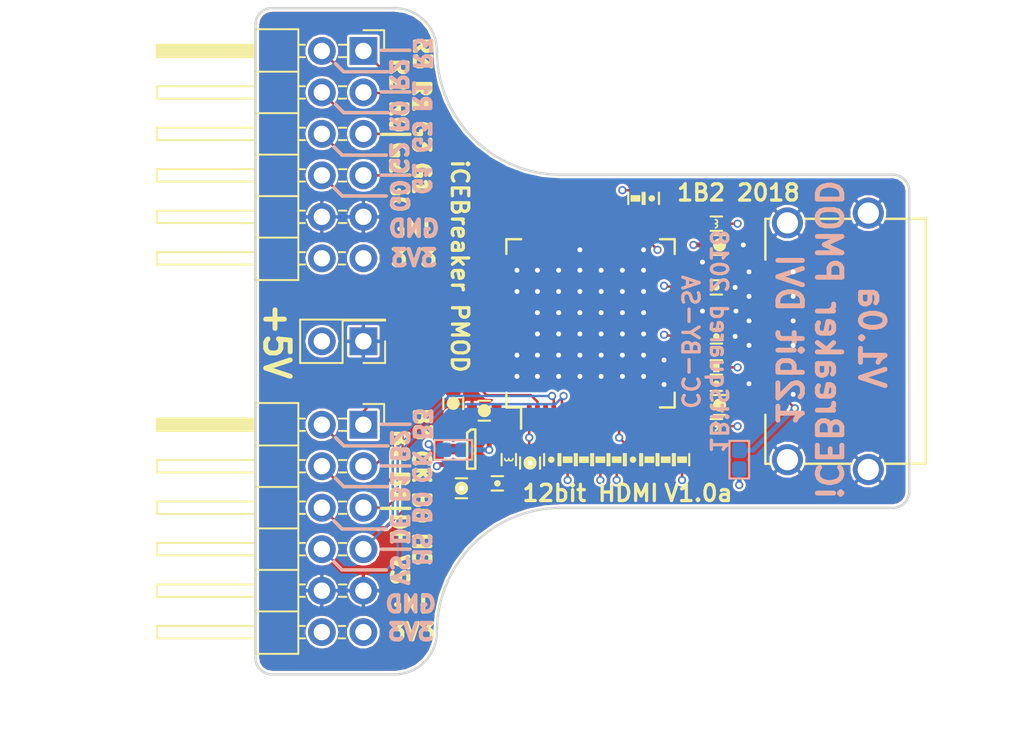
<source format=kicad_pcb>
(kicad_pcb (version 20171130) (host pcbnew 5.0.0-fee4fd1~66~ubuntu18.04.1)
  (title_block (title "iCEBreaker PMOD - 12bit DVI") (rev V1.0a) (company 1BitSquared) (comment 1 "(C) 2018 Piotr Esden-Tempski <piotr@esden.net>") (comment 2 "(C) 2018 1BitSquared <info@1bitsquared.com>") (comment 3 "License: CC-BY-SA V4.0"))
  (layers (0 F.Cu signal) (1 In1.Cu signal) (2 In2.Cu signal) (31 B.Cu signal) (34 B.Paste user) (35 F.Paste user) (36 B.SilkS user) (37 F.SilkS user) (38 B.Mask user) (39 F.Mask user) (44 Edge.Cuts user))
  (net 0 "")
  (net 1 GND)
  (net 2 +3V3)
  (net 3 +5V)
  (net 4 "Net-(C3-Pad1)")
  (net 5 /DVDD)
  (net 6 /DE)
  (net 7 /VREF)
  (net 8 /HS)
  (net 9 /VS)
  (net 10 "Net-(U2-Pad6)")
  (net 11 "Net-(U2-Pad7)")
  (net 12 "Net-(U2-Pad8)")
  (net 13 /EDGE-HTPLG)
  (net 14 /~PD)
  (net 15 "Net-(U2-Pad11)")
  (net 16 /ISEL-~RST)
  (net 17 /DSEL-SDA)
  (net 18 /BSEL-SCL)
  (net 19 /PVDD)
  (net 20 /CK-)
  (net 21 /CK+)
  (net 22 /TVDD)
  (net 23 /D0-)
  (net 24 /D0+)
  (net 25 /D1-)
  (net 26 /D1+)
  (net 27 /D2-)
  (net 28 /D2+)
  (net 29 /DKEN)
  (net 30 "Net-(U2-Pad49)")
  (net 31 /CLK)
  (net 32 "Net-(J1-Pad12)")
  (net 33 /TFADJ)
  (net 34 "Net-(J5-Pad2)")
  (net 35 /B0)
  (net 36 /B1)
  (net 37 /B2)
  (net 38 /B3)
  (net 39 /G0)
  (net 40 /G1)
  (net 41 /G2)
  (net 42 /G3)
  (net 43 /R0)
  (net 44 /R1)
  (net 45 /R2)
  (net 46 /R3)
  (net 47 "Net-(J6-Pad19)")
  (net 48 "Net-(J6-Pad16)")
  (net 49 "Net-(J6-Pad15)")
  (net 50 "Net-(J6-Pad14)")
  (net 51 "Net-(J6-Pad13)")
  (module pkl_connectors:PMODHeader_2x06_P2.54mm_Horizontal (layer F.Cu) (at 36.6 35.12 180)
    (fp_text reference J2)
    (fp_text value PMOD)
    (pad 6 thru_hole circle (at 0 0 180) (size 1.7 1.7) (drill 1) (layers *.Cu *.Mask) (net 32 "Net-(J1-Pad12)"))
    (pad 12 thru_hole oval (at 2.54 0 180) (size 1.7 1.7) (drill 1) (layers *.Cu *.Mask) (net 32 "Net-(J1-Pad12)"))
    (pad 5 thru_hole oval (at 0 2.54 180) (size 1.7 1.7) (drill 1) (layers *.Cu *.Mask) (net 1 GND))
    (pad 11 thru_hole oval (at 2.54 2.54 180) (size 1.7 1.7) (drill 1) (layers *.Cu *.Mask) (net 1 GND))
    (pad 4 thru_hole oval (at 0 5.08 180) (size 1.7 1.7) (drill 1) (layers *.Cu *.Mask) (net 40 /G1))
    (pad 10 thru_hole oval (at 2.54 5.08 180) (size 1.7 1.7) (drill 1) (layers *.Cu *.Mask) (net 39 /G0))
    (pad 3 thru_hole oval (at 0 7.62 180) (size 1.7 1.7) (drill 1) (layers *.Cu *.Mask) (net 42 /G3))
    (pad 9 thru_hole oval (at 2.54 7.62 180) (size 1.7 1.7) (drill 1) (layers *.Cu *.Mask) (net 41 /G2))
    (pad 2 thru_hole oval (at 0 10.16 180) (size 1.7 1.7) (drill 1) (layers *.Cu *.Mask) (net 44 /R1))
    (pad 8 thru_hole oval (at 2.54 10.16 180) (size 1.7 1.7) (drill 1) (layers *.Cu *.Mask) (net 43 /R0))
    (pad 1 thru_hole rect (at 0 12.7 180) (size 1.7 1.7) (drill 1) (layers *.Cu *.Mask) (net 46 /R3))
    (pad 7 thru_hole circle (at 2.54 12.7 180) (size 1.7 1.7) (drill 1) (layers *.Cu *.Mask) (net 45 /R2))
  )
  (module Connector_PinHeader_2.54mm:PinHeader_2x01_P2.54mm_Vertical (layer F.Cu) (at 36.6 40.2 180)
    (fp_text reference J4)
    (fp_text value 5V)
    (pad 1 thru_hole rect (at 0 0 180) (size 1.7 1.7) (drill 1) (layers *.Cu *.Mask) (net 1 GND))
    (pad 2 thru_hole oval (at 2.54 0 180) (size 1.7 1.7) (drill 1) (layers *.Cu *.Mask) (net 3 +5V))
  )
  (module pkl_housings_qfp:TQFP-64-1EP_10x10mm_P0.5mm_EP5x5mm (layer F.Cu) (at 50.5 39.1 90)
    (fp_text reference U2)
    (fp_text value TFP410)
    (pad 65 thru_hole circle (at -1.95 3.25 90) (size 0.5 0.5) (drill 0.3) (layers *.Cu) (net 1 GND))
    (pad 65 thru_hole circle (at -3.25 3.25 90) (size 0.5 0.5) (drill 0.3) (layers *.Cu) (net 1 GND))
    (pad 65 thru_hole circle (at 0.65 3.25 90) (size 0.5 0.5) (drill 0.3) (layers *.Cu) (net 1 GND))
    (pad 65 thru_hole circle (at -0.65 3.25 90) (size 0.5 0.5) (drill 0.3) (layers *.Cu) (net 1 GND))
    (pad 65 thru_hole circle (at 3.25 3.25 90) (size 0.5 0.5) (drill 0.3) (layers *.Cu) (net 1 GND))
    (pad 65 thru_hole circle (at 1.95 3.25 90) (size 0.5 0.5) (drill 0.3) (layers *.Cu) (net 1 GND))
    (pad 65 thru_hole circle (at -1.95 1.95 90) (size 0.5 0.5) (drill 0.3) (layers *.Cu) (net 1 GND))
    (pad 65 thru_hole circle (at -3.25 1.95 90) (size 0.5 0.5) (drill 0.3) (layers *.Cu) (net 1 GND))
    (pad 65 thru_hole circle (at 0.65 1.95 90) (size 0.5 0.5) (drill 0.3) (layers *.Cu) (net 1 GND))
    (pad 65 thru_hole circle (at -0.65 1.95 90) (size 0.5 0.5) (drill 0.3) (layers *.Cu) (net 1 GND))
    (pad 65 thru_hole circle (at 3.25 1.95 90) (size 0.5 0.5) (drill 0.3) (layers *.Cu) (net 1 GND))
    (pad 65 thru_hole circle (at 1.95 1.95 90) (size 0.5 0.5) (drill 0.3) (layers *.Cu) (net 1 GND))
    (pad 65 thru_hole circle (at -3.25 0.65 90) (size 0.5 0.5) (drill 0.3) (layers *.Cu) (net 1 GND))
    (pad 65 thru_hole circle (at 0.65 0.65 90) (size 0.5 0.5) (drill 0.3) (layers *.Cu) (net 1 GND))
    (pad 65 thru_hole circle (at -0.65 0.65 90) (size 0.5 0.5) (drill 0.3) (layers *.Cu) (net 1 GND))
    (pad 65 thru_hole circle (at 1.95 0.65 90) (size 0.5 0.5) (drill 0.3) (layers *.Cu) (net 1 GND))
    (pad 65 thru_hole circle (at -1.95 0.65 90) (size 0.5 0.5) (drill 0.3) (layers *.Cu) (net 1 GND))
    (pad 65 thru_hole circle (at 3.25 0.65 90) (size 0.5 0.5) (drill 0.3) (layers *.Cu) (net 1 GND))
    (pad 65 thru_hole circle (at -3.25 -0.65 90) (size 0.5 0.5) (drill 0.3) (layers *.Cu) (net 1 GND))
    (pad 65 thru_hole circle (at 0.65 -0.65 90) (size 0.5 0.5) (drill 0.3) (layers *.Cu) (net 1 GND))
    (pad 65 thru_hole circle (at -0.65 -0.65 90) (size 0.5 0.5) (drill 0.3) (layers *.Cu) (net 1 GND))
    (pad 65 thru_hole circle (at 1.95 -0.65 90) (size 0.5 0.5) (drill 0.3) (layers *.Cu) (net 1 GND))
    (pad 65 thru_hole circle (at -1.95 -0.65 90) (size 0.5 0.5) (drill 0.3) (layers *.Cu) (net 1 GND))
    (pad 65 thru_hole circle (at 3.25 -0.65 90) (size 0.5 0.5) (drill 0.3) (layers *.Cu) (net 1 GND))
    (pad 65 thru_hole circle (at 1.95 -1.95 90) (size 0.5 0.5) (drill 0.3) (layers *.Cu) (net 1 GND))
    (pad 65 thru_hole circle (at -1.95 -1.95 90) (size 0.5 0.5) (drill 0.3) (layers *.Cu) (net 1 GND))
    (pad 65 thru_hole circle (at 3.25 -1.95 90) (size 0.5 0.5) (drill 0.3) (layers *.Cu) (net 1 GND))
    (pad 65 thru_hole circle (at -3.25 -1.95 90) (size 0.5 0.5) (drill 0.3) (layers *.Cu) (net 1 GND))
    (pad 65 thru_hole circle (at 0.65 -1.95 90) (size 0.5 0.5) (drill 0.3) (layers *.Cu) (net 1 GND))
    (pad 65 thru_hole circle (at -0.65 -1.95 90) (size 0.5 0.5) (drill 0.3) (layers *.Cu) (net 1 GND))
    (pad 65 thru_hole circle (at 3.25 -3.25 90) (size 0.5 0.5) (drill 0.3) (layers *.Cu) (net 1 GND))
    (pad 65 thru_hole circle (at 1.95 -3.25 90) (size 0.5 0.5) (drill 0.3) (layers *.Cu) (net 1 GND))
    (pad 65 thru_hole circle (at 0.65 -3.25 90) (size 0.5 0.5) (drill 0.3) (layers *.Cu) (net 1 GND))
    (pad 65 thru_hole circle (at -0.65 -3.25 90) (size 0.5 0.5) (drill 0.3) (layers *.Cu) (net 1 GND))
    (pad 65 thru_hole circle (at -1.95 -3.25 90) (size 0.5 0.5) (drill 0.3) (layers *.Cu) (net 1 GND))
    (pad 65 thru_hole circle (at -3.25 -3.25 90) (size 0.5 0.5) (drill 0.3) (layers *.Cu) (net 1 GND))
    (pad 65 smd rect (at 0 0 90) (size 8 8) (layers F.Cu) (net 1 GND))
    (pad 64 smd oval (at -3.75 -5.7 90) (size 0.3 1.5) (layers F.Cu F.Paste F.Mask) (net 1 GND))
    (pad 63 smd oval (at -3.25 -5.7 90) (size 0.3 1.5) (layers F.Cu F.Paste F.Mask) (net 1 GND))
    (pad 62 smd oval (at -2.75 -5.7 90) (size 0.3 1.5) (layers F.Cu F.Paste F.Mask) (net 1 GND))
    (pad 61 smd oval (at -2.25 -5.7 90) (size 0.3 1.5) (layers F.Cu F.Paste F.Mask) (net 1 GND))
    (pad 60 smd oval (at -1.75 -5.7 90) (size 0.3 1.5) (layers F.Cu F.Paste F.Mask) (net 1 GND))
    (pad 59 smd oval (at -1.25 -5.7 90) (size 0.3 1.5) (layers F.Cu F.Paste F.Mask) (net 35 /B0))
    (pad 58 smd oval (at -0.75 -5.7 90) (size 0.3 1.5) (layers F.Cu F.Paste F.Mask) (net 36 /B1))
    (pad 57 smd oval (at -0.25 -5.7 90) (size 0.3 1.5) (layers F.Cu F.Paste F.Mask) (net 31 /CLK))
    (pad 56 smd oval (at 0.25 -5.7 90) (size 0.3 1.5) (layers F.Cu F.Paste F.Mask) (net 1 GND))
    (pad 55 smd oval (at 0.75 -5.7 90) (size 0.3 1.5) (layers F.Cu F.Paste F.Mask) (net 37 /B2))
    (pad 54 smd oval (at 1.25 -5.7 90) (size 0.3 1.5) (layers F.Cu F.Paste F.Mask) (net 38 /B3))
    (pad 53 smd oval (at 1.75 -5.7 90) (size 0.3 1.5) (layers F.Cu F.Paste F.Mask) (net 1 GND))
    (pad 52 smd oval (at 2.25 -5.7 90) (size 0.3 1.5) (layers F.Cu F.Paste F.Mask) (net 1 GND))
    (pad 51 smd oval (at 2.75 -5.7 90) (size 0.3 1.5) (layers F.Cu F.Paste F.Mask) (net 1 GND))
    (pad 50 smd oval (at 3.25 -5.7 90) (size 0.3 1.5) (layers F.Cu F.Paste F.Mask) (net 1 GND))
    (pad 49 smd oval (at 3.75 -5.7 90) (size 0.3 1.5) (layers F.Cu F.Paste F.Mask) (net 30 "Net-(U2-Pad49)"))
    (pad 48 smd oval (at 5.7 -3.75 180) (size 0.3 1.5) (layers F.Cu F.Paste F.Mask) (net 1 GND))
    (pad 47 smd oval (at 5.7 -3.25 180) (size 0.3 1.5) (layers F.Cu F.Paste F.Mask) (net 39 /G0))
    (pad 46 smd oval (at 5.7 -2.75 180) (size 0.3 1.5) (layers F.Cu F.Paste F.Mask) (net 40 /G1))
    (pad 45 smd oval (at 5.7 -2.25 180) (size 0.3 1.5) (layers F.Cu F.Paste F.Mask) (net 41 /G2))
    (pad 44 smd oval (at 5.7 -1.75 180) (size 0.3 1.5) (layers F.Cu F.Paste F.Mask) (net 42 /G3))
    (pad 43 smd oval (at 5.7 -1.25 180) (size 0.3 1.5) (layers F.Cu F.Paste F.Mask) (net 1 GND))
    (pad 42 smd oval (at 5.7 -0.75 180) (size 0.3 1.5) (layers F.Cu F.Paste F.Mask) (net 1 GND))
    (pad 41 smd oval (at 5.7 -0.25 180) (size 0.3 1.5) (layers F.Cu F.Paste F.Mask) (net 1 GND))
    (pad 40 smd oval (at 5.7 0.25 180) (size 0.3 1.5) (layers F.Cu F.Paste F.Mask) (net 1 GND))
    (pad 39 smd oval (at 5.7 0.75 180) (size 0.3 1.5) (layers F.Cu F.Paste F.Mask) (net 43 /R0))
    (pad 38 smd oval (at 5.7 1.25 180) (size 0.3 1.5) (layers F.Cu F.Paste F.Mask) (net 44 /R1))
    (pad 37 smd oval (at 5.7 1.75 180) (size 0.3 1.5) (layers F.Cu F.Paste F.Mask) (net 45 /R2))
    (pad 36 smd oval (at 5.7 2.25 180) (size 0.3 1.5) (layers F.Cu F.Paste F.Mask) (net 46 /R3))
    (pad 35 smd oval (at 5.7 2.75 180) (size 0.3 1.5) (layers F.Cu F.Paste F.Mask) (net 29 /DKEN))
    (pad 34 smd oval (at 5.7 3.25 180) (size 0.3 1.5) (layers F.Cu F.Paste F.Mask) (net 1 GND))
    (pad 33 smd oval (at 5.7 3.75 180) (size 0.3 1.5) (layers F.Cu F.Paste F.Mask) (net 5 /DVDD))
    (pad 32 smd oval (at 3.75 5.7 90) (size 0.3 1.5) (layers F.Cu F.Paste F.Mask) (net 1 GND))
    (pad 31 smd oval (at 3.25 5.7 90) (size 0.3 1.5) (layers F.Cu F.Paste F.Mask) (net 28 /D2+))
    (pad 30 smd oval (at 2.75 5.7 90) (size 0.3 1.5) (layers F.Cu F.Paste F.Mask) (net 27 /D2-))
    (pad 29 smd oval (at 2.25 5.7 90) (size 0.3 1.5) (layers F.Cu F.Paste F.Mask) (net 22 /TVDD))
    (pad 28 smd oval (at 1.75 5.7 90) (size 0.3 1.5) (layers F.Cu F.Paste F.Mask) (net 26 /D1+))
    (pad 27 smd oval (at 1.25 5.7 90) (size 0.3 1.5) (layers F.Cu F.Paste F.Mask) (net 25 /D1-))
    (pad 26 smd oval (at 0.75 5.7 90) (size 0.3 1.5) (layers F.Cu F.Paste F.Mask) (net 1 GND))
    (pad 25 smd oval (at 0.25 5.7 90) (size 0.3 1.5) (layers F.Cu F.Paste F.Mask) (net 24 /D0+))
    (pad 24 smd oval (at -0.25 5.7 90) (size 0.3 1.5) (layers F.Cu F.Paste F.Mask) (net 23 /D0-))
    (pad 23 smd oval (at -0.75 5.7 90) (size 0.3 1.5) (layers F.Cu F.Paste F.Mask) (net 22 /TVDD))
    (pad 22 smd oval (at -1.25 5.7 90) (size 0.3 1.5) (layers F.Cu F.Paste F.Mask) (net 21 /CK+))
    (pad 21 smd oval (at -1.75 5.7 90) (size 0.3 1.5) (layers F.Cu F.Paste F.Mask) (net 20 /CK-))
    (pad 20 smd oval (at -2.25 5.7 90) (size 0.3 1.5) (layers F.Cu F.Paste F.Mask) (net 1 GND))
    (pad 19 smd oval (at -2.75 5.7 90) (size 0.3 1.5) (layers F.Cu F.Paste F.Mask) (net 33 /TFADJ))
    (pad 18 smd oval (at -3.25 5.7 90) (size 0.3 1.5) (layers F.Cu F.Paste F.Mask) (net 19 /PVDD))
    (pad 17 smd oval (at -3.75 5.7 90) (size 0.3 1.5) (layers F.Cu F.Paste F.Mask) (net 1 GND))
    (pad 16 smd oval (at -5.7 3.75 180) (size 0.3 1.5) (layers F.Cu F.Paste F.Mask) (net 1 GND))
    (pad 15 smd oval (at -5.7 3.25 180) (size 0.3 1.5) (layers F.Cu F.Paste F.Mask) (net 18 /BSEL-SCL))
    (pad 14 smd oval (at -5.7 2.75 180) (size 0.3 1.5) (layers F.Cu F.Paste F.Mask) (net 17 /DSEL-SDA))
    (pad 13 smd oval (at -5.7 2.25 180) (size 0.3 1.5) (layers F.Cu F.Paste F.Mask) (net 16 /ISEL-~RST))
    (pad 12 smd oval (at -5.7 1.75 180) (size 0.3 1.5) (layers F.Cu F.Paste F.Mask) (net 5 /DVDD))
    (pad 11 smd oval (at -5.7 1.25 180) (size 0.3 1.5) (layers F.Cu F.Paste F.Mask) (net 15 "Net-(U2-Pad11)"))
    (pad 10 smd oval (at -5.7 0.75 180) (size 0.3 1.5) (layers F.Cu F.Paste F.Mask) (net 14 /~PD))
    (pad 9 smd oval (at -5.7 0.25 180) (size 0.3 1.5) (layers F.Cu F.Paste F.Mask) (net 13 /EDGE-HTPLG))
    (pad 8 smd oval (at -5.7 -0.25 180) (size 0.3 1.5) (layers F.Cu F.Paste F.Mask) (net 12 "Net-(U2-Pad8)"))
    (pad 7 smd oval (at -5.7 -0.75 180) (size 0.3 1.5) (layers F.Cu F.Paste F.Mask) (net 11 "Net-(U2-Pad7)"))
    (pad 6 smd oval (at -5.7 -1.25 180) (size 0.3 1.5) (layers F.Cu F.Paste F.Mask) (net 10 "Net-(U2-Pad6)"))
    (pad 5 smd oval (at -5.7 -1.75 180) (size 0.3 1.5) (layers F.Cu F.Paste F.Mask) (net 9 /VS))
    (pad 4 smd oval (at -5.7 -2.25 180) (size 0.3 1.5) (layers F.Cu F.Paste F.Mask) (net 8 /HS))
    (pad 3 smd oval (at -5.7 -2.75 180) (size 0.3 1.5) (layers F.Cu F.Paste F.Mask) (net 7 /VREF))
    (pad 2 smd oval (at -5.7 -3.25 180) (size 0.3 1.5) (layers F.Cu F.Paste F.Mask) (net 6 /DE))
    (pad 1 smd oval (at -5.7 -3.75 180) (size 0.3 1.5) (layers F.Cu F.Paste F.Mask) (net 5 /DVDD))
  )
  (module pkl_jumpers:J_NC_0603_30 (layer B.Cu) (at 42.1 46.85 180)
    (fp_text reference J3)
    (fp_text value jmp)
    (fp_line (start -0.2 0) (end 0.2 0) (layer B.Cu) (width 0.3))
    (pad 1 smd roundrect (at -0.575 0 180) (size 0.95 0.9) (layers B.Cu B.Paste B.Mask) (net 2 +3V3))
    (pad 2 smd roundrect (at 0.575 0 180) (size 0.95 0.9) (layers B.Cu B.Paste B.Mask) (net 32 "Net-(J1-Pad12)"))
  )
  (module pkl_connectors:HDMI-10029449-111RLF (layer F.Cu) (at 62.5 40.2 90)
    (fp_text reference J6)
    (fp_text value HDMI_A_1.4 hide)
    (pad 19 smd roundrect (at -4.25 -0.95 90) (size 0.3 1.9) (layers F.Cu F.Paste F.Mask) (net 47 "Net-(J6-Pad19)"))
    (pad 1 smd roundrect (at 4.75 -0.95 90) (size 0.3 1.9) (layers F.Cu F.Paste F.Mask) (net 28 /D2+))
    (pad 18 smd roundrect (at -3.75 -0.95 90) (size 0.3 1.9) (layers F.Cu F.Paste F.Mask) (net 34 "Net-(J5-Pad2)"))
    (pad 17 smd roundrect (at -3.25 -0.95 90) (size 0.3 1.9) (layers F.Cu F.Paste F.Mask) (net 1 GND))
    (pad 16 smd roundrect (at -2.75 -0.95 90) (size 0.3 1.9) (layers F.Cu F.Paste F.Mask) (net 48 "Net-(J6-Pad16)"))
    (pad 15 smd roundrect (at -2.25 -0.95 90) (size 0.3 1.9) (layers F.Cu F.Paste F.Mask) (net 49 "Net-(J6-Pad15)"))
    (pad 14 smd roundrect (at -1.75 -0.95 90) (size 0.3 1.9) (layers F.Cu F.Paste F.Mask) (net 50 "Net-(J6-Pad14)"))
    (pad 13 smd roundrect (at -1.25 -0.95 90) (size 0.3 1.9) (layers F.Cu F.Paste F.Mask) (net 51 "Net-(J6-Pad13)"))
    (pad 12 smd roundrect (at -0.75 -0.95 90) (size 0.3 1.9) (layers F.Cu F.Paste F.Mask) (net 20 /CK-))
    (pad 11 smd roundrect (at -0.25 -0.95 90) (size 0.3 1.9) (layers F.Cu F.Paste F.Mask) (net 1 GND))
    (pad 10 smd roundrect (at 0.25 -0.95 90) (size 0.3 1.9) (layers F.Cu F.Paste F.Mask) (net 21 /CK+))
    (pad 9 smd roundrect (at 0.75 -0.95 90) (size 0.3 1.9) (layers F.Cu F.Paste F.Mask) (net 23 /D0-))
    (pad 8 smd roundrect (at 1.25 -0.95 90) (size 0.3 1.9) (layers F.Cu F.Paste F.Mask) (net 1 GND))
    (pad 7 smd roundrect (at 1.75 -0.95 90) (size 0.3 1.9) (layers F.Cu F.Paste F.Mask) (net 24 /D0+))
    (pad 6 smd roundrect (at 2.25 -0.95 90) (size 0.3 1.9) (layers F.Cu F.Paste F.Mask) (net 25 /D1-))
    (pad 5 smd roundrect (at 2.75 -0.95 90) (size 0.3 1.9) (layers F.Cu F.Paste F.Mask) (net 1 GND))
    (pad 4 smd roundrect (at 3.25 -0.95 90) (size 0.3 1.9) (layers F.Cu F.Paste F.Mask) (net 26 /D1+))
    (pad 3 smd roundrect (at 3.75 -0.95 90) (size 0.3 1.9) (layers F.Cu F.Paste F.Mask) (net 27 /D2-))
    (pad 2 smd roundrect (at 4.25 -0.95 90) (size 0.3 1.9) (layers F.Cu F.Paste F.Mask) (net 1 GND))
    (pad SH thru_hole circle (at -7.25 0.05 90) (size 1.9 1.9) (drill 1.3) (layers *.Cu *.Mask) (net 1 GND))
    (pad SH thru_hole circle (at 7.25 0.05 90) (size 1.9 1.9) (drill 1.3) (layers *.Cu *.Mask) (net 1 GND))
    (pad SH thru_hole circle (at 7.85 5 90) (size 1.9 1.9) (drill 1.3) (layers *.Cu *.Mask) (net 1 GND))
    (pad SH thru_hole circle (at -7.85 5 90) (size 1.9 1.9) (drill 1.3) (layers *.Cu *.Mask) (net 1 GND))
  )
  (module pkl_dipol:C_0402 (layer F.Cu) (at 54.25 31.45 90)
    (fp_text reference C6)
    (fp_text value 100n)
    (pad 2 smd roundrect (at 0.5 0 90) (size 0.5 0.6) (layers F.Cu F.Paste F.Mask) (net 1 GND))
    (pad 1 smd roundrect (at -0.5 0 90) (size 0.5 0.6) (layers F.Cu F.Paste F.Mask) (net 5 /DVDD))
  )
  (module pkl_dipol:C_0402 (layer F.Cu) (at 58.2 39.9)
    (fp_text reference C7)
    (fp_text value 100n)
    (pad 1 smd roundrect (at -0.5 0) (size 0.5 0.6) (layers F.Cu F.Paste F.Mask) (net 22 /TVDD))
    (pad 2 smd roundrect (at 0.5 0) (size 0.5 0.6) (layers F.Cu F.Paste F.Mask) (net 1 GND))
  )
  (module pkl_dipol:C_0402 (layer F.Cu) (at 48.1 47.45 270)
    (fp_text reference C8)
    (fp_text value 100n)
    (pad 2 smd roundrect (at 0.5 0 270) (size 0.5 0.6) (layers F.Cu F.Paste F.Mask) (net 1 GND))
    (pad 1 smd roundrect (at -0.5 0 270) (size 0.5 0.6) (layers F.Cu F.Paste F.Mask) (net 5 /DVDD))
  )
  (module pkl_dipol:C_0402 (layer F.Cu) (at 58.2 42.8)
    (fp_text reference C9)
    (fp_text value 100n)
    (pad 1 smd roundrect (at -0.5 0) (size 0.5 0.6) (layers F.Cu F.Paste F.Mask) (net 19 /PVDD))
    (pad 2 smd roundrect (at 0.5 0) (size 0.5 0.6) (layers F.Cu F.Paste F.Mask) (net 1 GND))
  )
  (module pkl_dipol:C_0402 (layer F.Cu) (at 58.2 36.9)
    (fp_text reference C10)
    (fp_text value 100n)
    (pad 2 smd roundrect (at 0.5 0) (size 0.5 0.6) (layers F.Cu F.Paste F.Mask) (net 1 GND))
    (pad 1 smd roundrect (at -0.5 0) (size 0.5 0.6) (layers F.Cu F.Paste F.Mask) (net 22 /TVDD))
  )
  (module pkl_dipol:C_0402 (layer F.Cu) (at 53.1 47.45 270)
    (fp_text reference C5)
    (fp_text value 100n)
    (pad 2 smd roundrect (at 0.5 0 270) (size 0.5 0.6) (layers F.Cu F.Paste F.Mask) (net 1 GND))
    (pad 1 smd roundrect (at -0.5 0 270) (size 0.5 0.6) (layers F.Cu F.Paste F.Mask) (net 5 /DVDD))
  )
  (module pkl_dipol:C_0402 (layer F.Cu) (at 44.8 48.9)
    (fp_text reference C3)
    (fp_text value 470p)
    (pad 1 smd roundrect (at -0.5 0) (size 0.5 0.6) (layers F.Cu F.Paste F.Mask) (net 4 "Net-(C3-Pad1)"))
    (pad 2 smd roundrect (at 0.5 0) (size 0.5 0.6) (layers F.Cu F.Paste F.Mask) (net 1 GND))
  )
  (module pkl_dipol:C_0603 (layer F.Cu) (at 46.8 47.65 270)
    (fp_text reference C14)
    (fp_text value 10u)
    (pad 2 smd roundrect (at 0.75 0 270) (size 0.6 0.9) (layers F.Cu F.Paste F.Mask) (net 1 GND))
    (pad 1 smd roundrect (at -0.75 0 270) (size 0.6 0.9) (layers F.Cu F.Paste F.Mask) (net 5 /DVDD))
  )
  (module pkl_dipol:C_0603 (layer F.Cu) (at 58.4 34.3)
    (fp_text reference C16)
    (fp_text value 10u)
    (pad 1 smd roundrect (at -0.75 0) (size 0.6 0.9) (layers F.Cu F.Paste F.Mask) (net 22 /TVDD))
    (pad 2 smd roundrect (at 0.75 0) (size 0.6 0.9) (layers F.Cu F.Paste F.Mask) (net 1 GND))
  )
  (module pkl_dipol:C_0603 (layer F.Cu) (at 58.4 44.1)
    (fp_text reference C15)
    (fp_text value 10u)
    (pad 2 smd roundrect (at 0.75 0) (size 0.6 0.9) (layers F.Cu F.Paste F.Mask) (net 1 GND))
    (pad 1 smd roundrect (at -0.75 0) (size 0.6 0.9) (layers F.Cu F.Paste F.Mask) (net 19 /PVDD))
  )
  (module pkl_dipol:C_0603 (layer F.Cu) (at 42.1 44 90)
    (fp_text reference C2)
    (fp_text value 4u7)
    (pad 1 smd roundrect (at -0.75 0 90) (size 0.6 0.9) (layers F.Cu F.Paste F.Mask) (net 3 +5V))
    (pad 2 smd roundrect (at 0.75 0 90) (size 0.6 0.9) (layers F.Cu F.Paste F.Mask) (net 1 GND))
  )
  (module pkl_dipol:C_0603 (layer F.Cu) (at 42.6 49.2)
    (fp_text reference C1)
    (fp_text value 10u)
    (pad 2 smd roundrect (at 0.75 0) (size 0.6 0.9) (layers F.Cu F.Paste F.Mask) (net 1 GND))
    (pad 1 smd roundrect (at -0.75 0) (size 0.6 0.9) (layers F.Cu F.Paste F.Mask) (net 2 +3V3))
  )
  (module pkl_dipol:C_0603 (layer F.Cu) (at 44 44.45 180)
    (fp_text reference C4)
    (fp_text value 4u7)
    (pad 1 smd roundrect (at -0.75 0 180) (size 0.6 0.9) (layers F.Cu F.Paste F.Mask) (net 2 +3V3))
    (pad 2 smd roundrect (at 0.75 0 180) (size 0.6 0.9) (layers F.Cu F.Paste F.Mask) (net 1 GND))
  )
  (module pkl_dipol:L_0402 (layer F.Cu) (at 58.2 33 180)
    (fp_text reference L3)
    (fp_text value 600)
    (pad 1 smd roundrect (at -0.5 0 180) (size 0.5 0.6) (layers F.Cu F.Paste F.Mask) (net 2 +3V3))
    (pad 2 smd roundrect (at 0.5 0 180) (size 0.5 0.6) (layers F.Cu F.Paste F.Mask) (net 22 /TVDD))
  )
  (module pkl_dipol:L_0402 (layer F.Cu) (at 45.5 47.45 90)
    (fp_text reference L1)
    (fp_text value 600)
    (pad 2 smd roundrect (at 0.5 0 90) (size 0.5 0.6) (layers F.Cu F.Paste F.Mask) (net 5 /DVDD))
    (pad 1 smd roundrect (at -0.5 0 90) (size 0.5 0.6) (layers F.Cu F.Paste F.Mask) (net 2 +3V3))
  )
  (module pkl_dipol:L_0402 (layer F.Cu) (at 58.2 45.4 180)
    (fp_text reference L2)
    (fp_text value 600)
    (pad 1 smd roundrect (at -0.5 0 180) (size 0.5 0.6) (layers F.Cu F.Paste F.Mask) (net 2 +3V3))
    (pad 2 smd roundrect (at 0.5 0 180) (size 0.5 0.6) (layers F.Cu F.Paste F.Mask) (net 19 /PVDD))
  )
  (module pkl_dipol:R_0402 (layer F.Cu) (at 58.2 41.8 180)
    (fp_text reference R9)
    (fp_text value 500E)
    (pad 1 smd roundrect (at -0.5 0 180) (size 0.5 0.6) (layers F.Cu F.Paste F.Mask) (net 2 +3V3))
    (pad 2 smd roundrect (at 0.5 0 180) (size 0.5 0.6) (layers F.Cu F.Paste F.Mask) (net 33 /TFADJ))
  )
  (module pkl_dipol:R_0402 (layer F.Cu) (at 55.1 47.45 270)
    (fp_text reference R8)
    (fp_text value 10k)
    (pad 2 smd roundrect (at 0.5 0 270) (size 0.5 0.6) (layers F.Cu F.Paste F.Mask) (net 1 GND))
    (pad 1 smd roundrect (at -0.5 0 270) (size 0.5 0.6) (layers F.Cu F.Paste F.Mask) (net 17 /DSEL-SDA))
  )
  (module pkl_dipol:R_0402 (layer F.Cu) (at 54.1 47.45 270)
    (fp_text reference R7)
    (fp_text value 10k)
    (pad 1 smd roundrect (at -0.5 0 270) (size 0.5 0.6) (layers F.Cu F.Paste F.Mask) (net 16 /ISEL-~RST))
    (pad 2 smd roundrect (at 0.5 0 270) (size 0.5 0.6) (layers F.Cu F.Paste F.Mask) (net 1 GND))
  )
  (module pkl_dipol:R_0402 (layer F.Cu) (at 50.1 47.45 270)
    (fp_text reference R6)
    (fp_text value DNP)
    (pad 2 smd roundrect (at 0.5 0 270) (size 0.5 0.6) (layers F.Cu F.Paste F.Mask) (net 1 GND))
    (pad 1 smd roundrect (at -0.5 0 270) (size 0.5 0.6) (layers F.Cu F.Paste F.Mask) (net 7 /VREF))
  )
  (module pkl_dipol:R_0402 (layer F.Cu) (at 49.1 47.45 90)
    (fp_text reference R5)
    (fp_text value 33k)
    (pad 1 smd roundrect (at -0.5 0 90) (size 0.5 0.6) (layers F.Cu F.Paste F.Mask) (net 2 +3V3))
    (pad 2 smd roundrect (at 0.5 0 90) (size 0.5 0.6) (layers F.Cu F.Paste F.Mask) (net 7 /VREF))
  )
  (module pkl_dipol:R_0402 (layer F.Cu) (at 56.1 47.45 90)
    (fp_text reference R1)
    (fp_text value 10k)
    (pad 2 smd roundrect (at 0.5 0 90) (size 0.5 0.6) (layers F.Cu F.Paste F.Mask) (net 18 /BSEL-SCL))
    (pad 1 smd roundrect (at -0.5 0 90) (size 0.5 0.6) (layers F.Cu F.Paste F.Mask) (net 2 +3V3))
  )
  (module pkl_dipol:R_0402 (layer F.Cu) (at 52.1 47.45 90)
    (fp_text reference R2)
    (fp_text value 10k)
    (pad 1 smd roundrect (at -0.5 0 90) (size 0.5 0.6) (layers F.Cu F.Paste F.Mask) (net 2 +3V3))
    (pad 2 smd roundrect (at 0.5 0 90) (size 0.5 0.6) (layers F.Cu F.Paste F.Mask) (net 14 /~PD))
  )
  (module pkl_dipol:R_0402 (layer F.Cu) (at 53.25 31.45 270)
    (fp_text reference R3)
    (fp_text value 10k)
    (pad 2 smd roundrect (at 0.5 0 270) (size 0.5 0.6) (layers F.Cu F.Paste F.Mask) (net 29 /DKEN))
    (pad 1 smd roundrect (at -0.5 0 270) (size 0.5 0.6) (layers F.Cu F.Paste F.Mask) (net 2 +3V3))
  )
  (module pkl_dipol:R_0402 (layer F.Cu) (at 51.1 47.45 90)
    (fp_text reference R4)
    (fp_text value 10k)
    (pad 1 smd roundrect (at -0.5 0 90) (size 0.5 0.6) (layers F.Cu F.Paste F.Mask) (net 2 +3V3))
    (pad 2 smd roundrect (at 0.5 0 90) (size 0.5 0.6) (layers F.Cu F.Paste F.Mask) (net 13 /EDGE-HTPLG))
  )
  (module pkl_housings_sot:SOT-23-5 (layer F.Cu) (at 43.2 46.799999 180)
    (fp_text reference U1)
    (fp_text value VREG_3V3)
    (pad 1 smd roundrect (at 1.1 0.95) (size 1.06 0.65) (layers F.Cu F.Paste F.Mask) (net 3 +5V))
    (pad 2 smd roundrect (at 1.1 0) (size 1.06 0.65) (layers F.Cu F.Paste F.Mask) (net 1 GND))
    (pad 3 smd roundrect (at 1.1 -0.95) (size 1.06 0.65) (layers F.Cu F.Paste F.Mask) (net 3 +5V))
    (pad 4 smd roundrect (at -1.1 -0.95) (size 1.06 0.65) (layers F.Cu F.Paste F.Mask) (net 4 "Net-(C3-Pad1)"))
    (pad 5 smd roundrect (at -1.1 0.95) (size 1.06 0.65) (layers F.Cu F.Paste F.Mask) (net 2 +3V3))
  )
  (module pkl_jumpers:J_0603 (layer B.Cu) (at 59.6 47.45 90)
    (fp_text reference J5)
    (fp_text value jmp)
    (pad 2 smd roundrect (at 0.575 0 90) (size 0.95 0.9) (layers B.Cu B.Paste B.Mask) (net 34 "Net-(J5-Pad2)"))
    (pad 1 smd roundrect (at -0.575 0 90) (size 0.95 0.9) (layers B.Cu B.Paste B.Mask) (net 3 +5V))
  )
  (module pkl_connectors:PMODHeader_2x06_P2.54mm_Horizontal (layer F.Cu) (at 36.6 58.01 180)
    (fp_text reference J1)
    (fp_text value PMOD)
    (pad 6 thru_hole circle (at 0 0 180) (size 1.7 1.7) (drill 1) (layers *.Cu *.Mask) (net 32 "Net-(J1-Pad12)"))
    (pad 12 thru_hole oval (at 2.54 0 180) (size 1.7 1.7) (drill 1) (layers *.Cu *.Mask) (net 32 "Net-(J1-Pad12)"))
    (pad 5 thru_hole oval (at 0 2.54 180) (size 1.7 1.7) (drill 1) (layers *.Cu *.Mask) (net 1 GND))
    (pad 11 thru_hole oval (at 2.54 2.54 180) (size 1.7 1.7) (drill 1) (layers *.Cu *.Mask) (net 1 GND))
    (pad 4 thru_hole oval (at 0 5.08 180) (size 1.7 1.7) (drill 1) (layers *.Cu *.Mask) (net 8 /HS))
    (pad 10 thru_hole oval (at 2.54 5.08 180) (size 1.7 1.7) (drill 1) (layers *.Cu *.Mask) (net 9 /VS))
    (pad 3 thru_hole oval (at 0 7.62 180) (size 1.7 1.7) (drill 1) (layers *.Cu *.Mask) (net 35 /B0))
    (pad 9 thru_hole oval (at 2.54 7.62 180) (size 1.7 1.7) (drill 1) (layers *.Cu *.Mask) (net 6 /DE))
    (pad 2 thru_hole oval (at 0 10.16 180) (size 1.7 1.7) (drill 1) (layers *.Cu *.Mask) (net 31 /CLK))
    (pad 8 thru_hole oval (at 2.54 10.16 180) (size 1.7 1.7) (drill 1) (layers *.Cu *.Mask) (net 36 /B1))
    (pad 1 thru_hole rect (at 0 12.7 180) (size 1.7 1.7) (drill 1) (layers *.Cu *.Mask) (net 38 /B3))
    (pad 7 thru_hole circle (at 2.54 12.7 180) (size 1.7 1.7) (drill 1) (layers *.Cu *.Mask) (net 37 /B2))
  )
  (gr_text R3 (at 40.2 22.58 270) (layer B.SilkS) (effects (font (size 1 1) (thickness 0.25)) (justify mirror)))
  (gr_text R2 (at 38.75 23.88 270) (layer B.SilkS) (effects (font (size 1 1) (thickness 0.25)) (justify mirror)))
  (gr_text R1 (at 40.15 25.18 270) (layer B.SilkS) (effects (font (size 1 1) (thickness 0.25)) (justify mirror)))
  (gr_text R0 (at 38.75 26.43 270) (layer B.SilkS) (effects (font (size 1 1) (thickness 0.25)) (justify mirror)))
  (gr_text G3 (at 40.15 27.68 270) (layer B.SilkS) (effects (font (size 1 1) (thickness 0.25)) (justify mirror)))
  (gr_text G2 (at 38.75 28.98 270) (layer B.SilkS) (effects (font (size 1 1) (thickness 0.25)) (justify mirror)))
  (gr_text G1 (at 40.15 30.23 270) (layer B.SilkS) (effects (font (size 1 1) (thickness 0.25)) (justify mirror)))
  (gr_text G0 (at 38.8 31.3 270) (layer B.SilkS) (effects (font (size 1 1) (thickness 0.25)) (justify mirror)))
  (gr_text 3V3 (at 39.7 35.1) (layer B.SilkS) (effects (font (size 1 1) (thickness 0.25)) (justify mirror)))
  (gr_text GND (at 39.7 33.3) (layer B.SilkS) (effects (font (size 1 1) (thickness 0.25)) (justify mirror)))
  (gr_line (start 35.3 31.3) (end 38 31.3) (layer F.SilkS) (width 0.2))
  (gr_line (start 37.7 24.93) (end 39.45 24.93) (layer B.SilkS) (width 0.2))
  (gr_line (start 37.7 22.38) (end 39.45 22.38) (layer F.SilkS) (width 0.2))
  (gr_line (start 34.9 25.7) (end 35.4 26.2) (layer F.SilkS) (width 0.2))
  (gr_line (start 37.7 22.38) (end 39.45 22.38) (layer B.SilkS) (width 0.2))
  (gr_line (start 37.7 30.03) (end 39.45 30.03) (layer B.SilkS) (width 0.2))
  (gr_line (start 35.3 28.8) (end 38 28.8) (layer B.SilkS) (width 0.2))
  (gr_line (start 35.4 23.7) (end 38.1 23.7) (layer F.SilkS) (width 0.2))
  (gr_line (start 37.7 30.03) (end 39.45 30.03) (layer F.SilkS) (width 0.2))
  (gr_line (start 34.8 30.8) (end 35.3 31.3) (layer F.SilkS) (width 0.2))
  (gr_line (start 35.4 26.2) (end 38.1 26.2) (layer F.SilkS) (width 0.2))
  (gr_line (start 34.8 30.8) (end 35.3 31.3) (layer B.SilkS) (width 0.2))
  (gr_line (start 34.8 28.3) (end 35.3 28.8) (layer B.SilkS) (width 0.2))
  (gr_line (start 37.7 27.53) (end 39.45 27.53) (layer F.SilkS) (width 0.2))
  (gr_line (start 34.9 25.7) (end 35.4 26.2) (layer B.SilkS) (width 0.2))
  (gr_line (start 35.3 31.3) (end 38 31.3) (layer B.SilkS) (width 0.2))
  (gr_line (start 35.4 26.2) (end 38.1 26.2) (layer B.SilkS) (width 0.2))
  (gr_line (start 35.4 23.7) (end 38.1 23.7) (layer B.SilkS) (width 0.2))
  (gr_line (start 37.7 24.93) (end 39.45 24.93) (layer F.SilkS) (width 0.2))
  (gr_line (start 34.9 23.2) (end 35.4 23.7) (layer F.SilkS) (width 0.2))
  (gr_line (start 35.3 28.8) (end 38 28.8) (layer F.SilkS) (width 0.2))
  (gr_line (start 34.9 23.2) (end 35.4 23.7) (layer B.SilkS) (width 0.2))
  (gr_line (start 34.8 28.3) (end 35.3 28.8) (layer F.SilkS) (width 0.2))
  (gr_line (start 35.3 54.2) (end 38 54.2) (layer B.SilkS) (width 0.2))
  (gr_line (start 34.8 53.7) (end 35.3 54.2) (layer B.SilkS) (width 0.2))
  (gr_line (start 35.3 54.2) (end 38 54.2) (layer F.SilkS) (width 0.2))
  (gr_line (start 34.8 53.7) (end 35.3 54.2) (layer F.SilkS) (width 0.2))
  (gr_text G0 (at 38.8 31.3 270) (layer F.SilkS) (effects (font (size 1 1) (thickness 0.25))))
  (gr_text 3V3 (at 39.7 35.1) (layer F.SilkS) (effects (font (size 1 1) (thickness 0.25))))
  (gr_text GND (at 39.7 33.3) (layer F.SilkS) (effects (font (size 1 1) (thickness 0.25))))
  (gr_text R3 (at 40.2 22.58 270) (layer F.SilkS) (effects (font (size 1 1) (thickness 0.25))))
  (gr_text R2 (at 38.75 23.88 270) (layer F.SilkS) (effects (font (size 1 1) (thickness 0.25))))
  (gr_text R1 (at 40.15 25.18 270) (layer F.SilkS) (effects (font (size 1 1) (thickness 0.25))))
  (gr_text R0 (at 38.75 26.43 270) (layer F.SilkS) (effects (font (size 1 1) (thickness 0.25))))
  (gr_text G2 (at 38.75 28.98 270) (layer F.SilkS) (effects (font (size 1 1) (thickness 0.25))))
  (gr_text G3 (at 40.15 27.68 270) (layer F.SilkS) (effects (font (size 1 1) (thickness 0.25))))
  (gr_text G1 (at 40.15 30.23 270) (layer F.SilkS) (effects (font (size 1 1) (thickness 0.25))))
  (gr_text 3V3 (at 39.5 58) (layer B.SilkS) (effects (font (size 1 1) (thickness 0.25)) (justify mirror)))
  (gr_text 3V3 (at 39.6 58) (layer F.SilkS) (effects (font (size 1 1) (thickness 0.25))))
  (gr_text GND (at 39.5 56.3) (layer F.SilkS) (effects (font (size 1 1) (thickness 0.25))))
  (gr_text GND (at 39.5 56.3) (layer B.SilkS) (effects (font (size 1 1) (thickness 0.25)) (justify mirror)))
  (gr_text +5V (at 31.3 40.2 270) (layer F.SilkS) (effects (font (size 1.5 1.5) (thickness 0.3))))
  (gr_arc (start 48.7 22.4) (end 41.1 22.4) (angle -90) (layer Edge.Cuts) (width 0.15))
  (gr_arc (start 38.5 22.4) (end 41.1 22.4) (angle -90) (layer Edge.Cuts) (width 0.15))
  (gr_line (start 31 19.8) (end 38.5 19.8) (layer Edge.Cuts) (width 0.15))
  (gr_arc (start 48.7 58) (end 48.7 50.4) (angle -90) (layer Edge.Cuts) (width 0.15))
  (gr_arc (start 38.5 58) (end 38.5 60.6) (angle -90) (layer Edge.Cuts) (width 0.15))
  (gr_line (start 31 60.6) (end 38.5 60.6) (layer Edge.Cuts) (width 0.15))
  (gr_text "1BitSquared 2018" (at 58.35 40.2 270) (layer B.SilkS) (effects (font (size 1 1) (thickness 0.2)) (justify mirror)))
  (gr_text CC-BY-SA (at 56.6 40.25 270) (layer B.SilkS) (effects (font (size 1 1) (thickness 0.2)) (justify mirror)))
  (gr_text "1B2 2018" (at 59.55 31.1) (layer F.SilkS) (effects (font (size 1 1) (thickness 0.2))))
  (gr_line (start 37.7 45.28) (end 39.45 45.28) (layer B.SilkS) (width 0.2))
  (gr_line (start 34.9 46.1) (end 35.4 46.6) (layer B.SilkS) (width 0.2))
  (gr_line (start 35.4 46.6) (end 38.1 46.6) (layer B.SilkS) (width 0.2))
  (gr_line (start 37.7 47.83) (end 39.45 47.83) (layer B.SilkS) (width 0.2))
  (gr_text B2 (at 38.8 46.6 270) (layer B.SilkS) (effects (font (size 1 1) (thickness 0.25)) (justify mirror)))
  (gr_text B3 (at 40.2 45.28 270) (layer B.SilkS) (effects (font (size 1 1) (thickness 0.25)) (justify mirror)))
  (gr_text B1 (at 38.8 49.1 270) (layer B.SilkS) (effects (font (size 1 1) (thickness 0.25)) (justify mirror)))
  (gr_text CK (at 40.15 47.88 270) (layer B.SilkS) (effects (font (size 1 1) (thickness 0.25)) (justify mirror)))
  (gr_text DE (at 38.8 51.7 270) (layer B.SilkS) (effects (font (size 1 1) (thickness 0.25)) (justify mirror)))
  (gr_text B0 (at 40.15 50.38 270) (layer B.SilkS) (effects (font (size 1 1) (thickness 0.25)) (justify mirror)))
  (gr_line (start 34.9 48.6) (end 35.4 49.1) (layer B.SilkS) (width 0.2))
  (gr_line (start 35.4 49.1) (end 38.1 49.1) (layer B.SilkS) (width 0.2))
  (gr_line (start 34.8 51.2) (end 35.3 51.7) (layer B.SilkS) (width 0.2))
  (gr_line (start 35.3 51.7) (end 38 51.7) (layer B.SilkS) (width 0.2))
  (gr_text VS (at 38.8 54.2 270) (layer B.SilkS) (effects (font (size 1 1) (thickness 0.25)) (justify mirror)))
  (gr_line (start 37.7 52.93) (end 39.45 52.93) (layer B.SilkS) (width 0.2))
  (gr_text HS (at 40.15 52.93 270) (layer B.SilkS) (effects (font (size 1 1) (thickness 0.25)) (justify mirror)))
  (gr_line (start 37.7 52.93) (end 39.45 52.93) (layer F.SilkS) (width 0.2))
  (gr_line (start 35.3 51.7) (end 38 51.7) (layer F.SilkS) (width 0.2))
  (gr_line (start 34.8 51.2) (end 35.3 51.7) (layer F.SilkS) (width 0.2))
  (gr_line (start 37.7 50.43) (end 39.45 50.43) (layer F.SilkS) (width 0.2))
  (gr_line (start 35.4 49.1) (end 38.1 49.1) (layer F.SilkS) (width 0.2))
  (gr_line (start 34.9 48.6) (end 35.4 49.1) (layer F.SilkS) (width 0.2))
  (gr_line (start 37.7 47.83) (end 39.45 47.83) (layer F.SilkS) (width 0.2))
  (gr_line (start 35.4 46.6) (end 38.1 46.6) (layer F.SilkS) (width 0.2))
  (gr_line (start 34.9 46.1) (end 35.4 46.6) (layer F.SilkS) (width 0.2))
  (gr_line (start 37.7 45.28) (end 39.45 45.28) (layer F.SilkS) (width 0.2))
  (gr_text HS (at 40.15 52.93 270) (layer F.SilkS) (effects (font (size 1 1) (thickness 0.25))))
  (gr_text B0 (at 40.15 50.38 270) (layer F.SilkS) (effects (font (size 1 1) (thickness 0.25))))
  (gr_text VS (at 38.8 54.2 270) (layer F.SilkS) (effects (font (size 1 1) (thickness 0.25))))
  (gr_text DE (at 38.8 51.7 270) (layer F.SilkS) (effects (font (size 1 1) (thickness 0.25))))
  (gr_text CK (at 40.15 47.88 270) (layer F.SilkS) (effects (font (size 1 1) (thickness 0.25))))
  (gr_text B1 (at 38.8 49.1 270) (layer F.SilkS) (effects (font (size 1 1) (thickness 0.25))))
  (gr_text B3 (at 40.2 45.28 270) (layer F.SilkS) (effects (font (size 1 1) (thickness 0.25))))
  (gr_text B2 (at 38.8 46.6 270) (layer F.SilkS) (effects (font (size 1 1) (thickness 0.25))))
  (gr_text "iCEBreaker PMOD" (at 42.5 35.6 270) (layer F.SilkS) (effects (font (size 1 1) (thickness 0.2))))
  (gr_line (start 69 50.4) (end 48.7 50.4) (layer Edge.Cuts) (width 0.15))
  (gr_arc (start 31 59.6) (end 30 59.6) (angle -90) (layer Edge.Cuts) (width 0.15))
  (gr_arc (start 69 49.4) (end 69 50.4) (angle -90) (layer Edge.Cuts) (width 0.15))
  (gr_text "12bit HDMI" (at 50.5 49.5) (layer F.SilkS) (effects (font (size 1 1) (thickness 0.2))))
  (gr_text V1.0a (at 57.1 49.5) (layer F.SilkS) (effects (font (size 1 1) (thickness 0.2))))
  (gr_text V1.0a (at 67.7 39.95 270) (layer B.SilkS) (effects (font (size 1.5 1.5) (thickness 0.3)) (justify mirror)))
  (gr_text "iCEBreaker PMOD\n12bit DVI" (at 63.85 40.1 270) (layer B.SilkS) (effects (font (size 1.5 1.5) (thickness 0.3)) (justify mirror)))
  (gr_arc (start 69 31) (end 70 31) (angle -90) (layer Edge.Cuts) (width 0.15))
  (gr_arc (start 31 20.8) (end 31 19.8) (angle -90) (layer Edge.Cuts) (width 0.15))
  (gr_line (start 30 59.6) (end 30 20.8) (layer Edge.Cuts) (width 0.15))
  (gr_line (start 70 31) (end 70 49.4) (layer Edge.Cuts) (width 0.15))
  (gr_line (start 48.7 30) (end 69 30) (layer Edge.Cuts) (width 0.15))
  (via (at 46 41.05) (size 0.5) (drill 0.3) (layers F.Cu B.Cu) (net 1))
  (via (at 46 42.35) (size 0.5) (drill 0.3) (layers F.Cu B.Cu) (net 1))
  (via (at 46 37.15) (size 0.5) (drill 0.3) (layers F.Cu B.Cu) (net 1))
  (via (at 46 35.85) (size 0.5) (drill 0.3) (layers F.Cu B.Cu) (net 1))
  (via (at 49.85 34.6) (size 0.5) (drill 0.3) (layers F.Cu B.Cu) (net 1))
  (via (at 53.75 34.6) (size 0.5) (drill 0.3) (layers F.Cu B.Cu) (net 1))
  (via (at 60.2 37.45) (size 0.5) (drill 0.3) (layers F.Cu B.Cu) (net 1))
  (via (at 60.2 35.95) (size 0.5) (drill 0.3) (layers F.Cu B.Cu) (net 1))
  (via (at 60.2 38.95) (size 0.5) (drill 0.3) (layers F.Cu B.Cu) (net 1))
  (via (at 60.2 40.45) (size 0.5) (drill 0.3) (layers F.Cu B.Cu) (net 1))
  (via (at 60.2 42.8) (size 0.5) (drill 0.3) (layers F.Cu B.Cu) (net 1))
  (via (at 62.9 40.45) (size 0.5) (drill 0.3) (layers F.Cu B.Cu) (net 1))
  (via (at 62.9 38.95) (size 0.5) (drill 0.3) (layers F.Cu B.Cu) (net 1))
  (via (at 62.9 37.45) (size 0.5) (drill 0.3) (layers F.Cu B.Cu) (net 1))
  (via (at 62.9 35.95) (size 0.5) (drill 0.3) (layers F.Cu B.Cu) (net 1))
  (via (at 62.9 43.45) (size 0.5) (drill 0.3) (layers F.Cu B.Cu) (net 1))
  (segment (start 60.2 43.153553) (end 60.2 42.8) (width 0.15) (layer F.Cu) (net 1))
  (segment (start 60.496447 43.45) (end 60.2 43.153553) (width 0.15) (layer F.Cu) (net 1))
  (segment (start 61.55 43.45) (end 60.496447 43.45) (width 0.15) (layer F.Cu) (net 1))
  (via (at 57.35 38.35) (size 0.5) (drill 0.3) (layers F.Cu B.Cu) (net 1))
  (via (at 57.35 35.35) (size 0.5) (drill 0.3) (layers F.Cu B.Cu) (net 1))
  (via (at 55 41.35) (size 0.5) (drill 0.3) (layers F.Cu B.Cu) (net 1))
  (via (at 55 42.85) (size 0.5) (drill 0.3) (layers F.Cu B.Cu) (net 1))
  (via (at 59.35 39.9) (size 0.5) (drill 0.3) (layers F.Cu B.Cu) (net 1))
  (via (at 59.35 36.9) (size 0.5) (drill 0.3) (layers F.Cu B.Cu) (net 1))
  (via (at 59.85 34.3) (size 0.5) (drill 0.3) (layers F.Cu B.Cu) (net 1))
  (via (at 59.4 38.35) (size 0.5) (drill 0.3) (layers F.Cu B.Cu) (net 1))
  (via (at 44.3 46.85) (size 0.5) (drill 0.3) (layers F.Cu B.Cu) (net 2))
  (segment (start 42.675 46.85) (end 44.3 46.85) (width 0.3) (layer B.Cu) (net 2))
  (segment (start 44.3 46.85) (end 44.3 45.849999) (width 0.3) (layer F.Cu) (net 2))
  (segment (start 44.75 45.399999) (end 44.3 45.849999) (width 0.3) (layer F.Cu) (net 2))
  (segment (start 44.75 44.45) (end 44.75 45.399999) (width 0.3) (layer F.Cu) (net 2))
  (via (at 42.6 49.2) (size 0.5) (drill 0.3) (layers F.Cu B.Cu) (net 2))
  (segment (start 41.85 49.2) (end 42.6 49.2) (width 0.3) (layer F.Cu) (net 2))
  (via (at 49.1 48.7) (size 0.5) (drill 0.3) (layers F.Cu B.Cu) (net 2))
  (segment (start 49.1 47.95) (end 49.1 48.7) (width 0.15) (layer F.Cu) (net 2))
  (via (at 51.1 48.7) (size 0.5) (drill 0.3) (layers F.Cu B.Cu) (net 2))
  (segment (start 51.1 47.95) (end 51.1 48.7) (width 0.15) (layer F.Cu) (net 2))
  (via (at 52.1 48.7) (size 0.5) (drill 0.3) (layers F.Cu B.Cu) (net 2))
  (segment (start 52.1 47.95) (end 52.1 48.7) (width 0.15) (layer F.Cu) (net 2))
  (via (at 56.1 48.7) (size 0.5) (drill 0.3) (layers F.Cu B.Cu) (net 2))
  (segment (start 56.1 47.95) (end 56.1 48.7) (width 0.15) (layer F.Cu) (net 2))
  (segment (start 45.5 47.95) (end 45.8 47.65) (width 0.3) (layer F.Cu) (net 2))
  (via (at 46.8 47.65) (size 0.5) (drill 0.3) (layers F.Cu B.Cu) (net 2))
  (segment (start 45.8 47.65) (end 46.8 47.65) (width 0.3) (layer F.Cu) (net 2))
  (via (at 52.45 30.95) (size 0.5) (drill 0.3) (layers F.Cu B.Cu) (net 2))
  (segment (start 53.25 30.95) (end 52.45 30.95) (width 0.15) (layer F.Cu) (net 2))
  (via (at 59.5 45.4) (size 0.5) (drill 0.3) (layers F.Cu B.Cu) (net 2))
  (segment (start 58.7 45.4) (end 59.5 45.4) (width 0.15) (layer F.Cu) (net 2))
  (via (at 59.5 41.8) (size 0.5) (drill 0.3) (layers F.Cu B.Cu) (net 2))
  (segment (start 58.7 41.8) (end 59.5 41.8) (width 0.15) (layer F.Cu) (net 2))
  (via (at 59.5 33) (size 0.5) (drill 0.3) (layers F.Cu B.Cu) (net 2))
  (segment (start 58.7 33) (end 59.5 33) (width 0.15) (layer F.Cu) (net 2))
  (segment (start 59.6 46.875) (end 60.425 46.875) (width 0.3) (layer B.Cu) (net 34))
  (via (at 63 44.3) (size 0.5) (drill 0.3) (layers F.Cu B.Cu) (net 34))
  (segment (start 60.425 46.875) (end 63 44.3) (width 0.3) (layer B.Cu) (net 34))
  (segment (start 62.65 43.95) (end 63 44.3) (width 0.15) (layer F.Cu) (net 34))
  (segment (start 61.55 43.95) (end 62.65 43.95) (width 0.15) (layer F.Cu) (net 34))
  (segment (start 42.1 44.75) (end 42.1 45.849999) (width 0.3) (layer F.Cu) (net 3))
  (segment (start 42.73 45.849999) (end 43.2 46.319999) (width 0.3) (layer F.Cu) (net 3))
  (segment (start 42.1 45.849999) (end 42.73 45.849999) (width 0.3) (layer F.Cu) (net 3))
  (segment (start 42.73 47.749999) (end 42.1 47.749999) (width 0.3) (layer F.Cu) (net 3))
  (segment (start 43.2 47.279999) (end 42.73 47.749999) (width 0.3) (layer F.Cu) (net 3))
  (segment (start 43.2 46.319999) (end 43.2 47.279999) (width 0.3) (layer F.Cu) (net 3))
  (via (at 41.1 47.85) (size 0.5) (drill 0.3) (layers F.Cu B.Cu) (net 3))
  (segment (start 41.200001 47.749999) (end 41.1 47.85) (width 0.3) (layer F.Cu) (net 3))
  (segment (start 42.1 47.749999) (end 41.200001 47.749999) (width 0.3) (layer F.Cu) (net 3))
  (via (at 59.6 49) (size 0.5) (drill 0.3) (layers F.Cu B.Cu) (net 3))
  (segment (start 59.6 49) (end 59.6 48.025) (width 0.3) (layer B.Cu) (net 3))
  (segment (start 44.3 47.749999) (end 44.3 48.9) (width 0.15) (layer F.Cu) (net 4))
  (segment (start 46.75 46.95) (end 46.8 46.9) (width 0.15) (layer F.Cu) (net 5))
  (segment (start 45.5 46.95) (end 46.75 46.95) (width 0.15) (layer F.Cu) (net 5))
  (segment (start 46.85 46.95) (end 46.8 46.9) (width 0.15) (layer F.Cu) (net 5))
  (segment (start 48.1 46.95) (end 46.85 46.95) (width 0.15) (layer F.Cu) (net 5))
  (segment (start 46.75 46.85) (end 46.8 46.9) (width 0.15) (layer F.Cu) (net 5))
  (segment (start 52.25 46.1) (end 53.1 46.95) (width 0.15) (layer F.Cu) (net 5))
  (segment (start 52.25 44.8) (end 52.25 46.1) (width 0.15) (layer F.Cu) (net 5))
  (segment (start 46.75 46.1) (end 46.75 46.85) (width 0.15) (layer F.Cu) (net 5))
  (via (at 46.75 46.1) (size 0.5) (drill 0.3) (layers F.Cu B.Cu) (net 5))
  (segment (start 46.75 44.8) (end 46.75 46.1) (width 0.15) (layer F.Cu) (net 5))
  (via (at 52.25 46.1) (size 0.5) (drill 0.3) (layers F.Cu B.Cu) (net 5))
  (segment (start 54.25 33.4) (end 54.25 31.95) (width 0.15) (layer F.Cu) (net 5))
  (via (at 54.6 34.6) (size 0.5) (drill 0.3) (layers F.Cu B.Cu) (net 5))
  (segment (start 54.25 34.25) (end 54.6 34.6) (width 0.15) (layer F.Cu) (net 5))
  (segment (start 54.25 33.4) (end 54.25 34.25) (width 0.15) (layer F.Cu) (net 5))
  (segment (start 44.14 43.5) (end 46.85 43.5) (width 0.15) (layer F.Cu) (net 6))
  (segment (start 46.85 43.5) (end 47.25 43.9) (width 0.15) (layer F.Cu) (net 6))
  (segment (start 35.27 51.6) (end 38 51.6) (width 0.15) (layer F.Cu) (net 6))
  (segment (start 47.25 43.9) (end 47.25 44.8) (width 0.15) (layer F.Cu) (net 6))
  (segment (start 38 51.6) (end 39 50.6) (width 0.15) (layer F.Cu) (net 6))
  (segment (start 39 50.6) (end 39 44.3) (width 0.15) (layer F.Cu) (net 6))
  (segment (start 42.44 41.8) (end 44.14 43.5) (width 0.15) (layer F.Cu) (net 6))
  (segment (start 34.06 50.39) (end 35.27 51.6) (width 0.15) (layer F.Cu) (net 6))
  (segment (start 39 44.3) (end 41.5 41.8) (width 0.15) (layer F.Cu) (net 6))
  (segment (start 41.5 41.8) (end 42.44 41.8) (width 0.15) (layer F.Cu) (net 6))
  (segment (start 49.1 46.95) (end 50.1 46.95) (width 0.15) (layer F.Cu) (net 7))
  (segment (start 49 46.95) (end 49.1 46.95) (width 0.15) (layer F.Cu) (net 7))
  (segment (start 47.75 45.7) (end 49 46.95) (width 0.15) (layer F.Cu) (net 7))
  (segment (start 47.75 44.8) (end 47.75 45.7) (width 0.15) (layer F.Cu) (net 7))
  (segment (start 48.25 43.650006) (end 48.149994 43.55) (width 0.15) (layer F.Cu) (net 8))
  (segment (start 48.25 44.8) (end 48.25 43.650006) (width 0.15) (layer F.Cu) (net 8))
  (via (at 48.149994 43.55) (size 0.5) (drill 0.3) (layers F.Cu B.Cu) (net 8))
  (segment (start 41.825721 43.55) (end 47.796441 43.55) (width 0.15) (layer B.Cu) (net 8))
  (segment (start 38.399989 51.130011) (end 38.399989 46.975732) (width 0.15) (layer B.Cu) (net 8))
  (segment (start 38.399989 46.975732) (end 41.825721 43.55) (width 0.15) (layer B.Cu) (net 8))
  (segment (start 47.796441 43.55) (end 48.149994 43.55) (width 0.15) (layer B.Cu) (net 8))
  (segment (start 36.6 52.93) (end 38.399989 51.130011) (width 0.15) (layer B.Cu) (net 8))
  (segment (start 48.75 44.8) (end 48.75 43.650013) (width 0.15) (layer F.Cu) (net 9))
  (segment (start 48.75 43.650013) (end 48.850013 43.55) (width 0.15) (layer F.Cu) (net 9))
  (via (at 48.850013 43.55) (size 0.5) (drill 0.3) (layers F.Cu B.Cu) (net 9))
  (segment (start 48.600014 43.799999) (end 48.850013 43.55) (width 0.15) (layer B.Cu) (net 9))
  (segment (start 48.350013 44.05) (end 48.600014 43.799999) (width 0.15) (layer B.Cu) (net 9))
  (segment (start 35.33 54.2) (end 38 54.2) (width 0.15) (layer B.Cu) (net 9))
  (segment (start 38.7 47.1) (end 41.75 44.05) (width 0.15) (layer B.Cu) (net 9))
  (segment (start 34.06 52.93) (end 35.33 54.2) (width 0.15) (layer B.Cu) (net 9))
  (segment (start 38 54.2) (end 38.7 53.5) (width 0.15) (layer B.Cu) (net 9))
  (segment (start 41.75 44.05) (end 48.350013 44.05) (width 0.15) (layer B.Cu) (net 9))
  (segment (start 38.7 53.5) (end 38.7 47.1) (width 0.15) (layer B.Cu) (net 9))
  (segment (start 50.75 46.6) (end 51.1 46.95) (width 0.15) (layer F.Cu) (net 13))
  (segment (start 50.75 44.8) (end 50.75 46.6) (width 0.15) (layer F.Cu) (net 13))
  (segment (start 51.25 46.1) (end 52.1 46.95) (width 0.15) (layer F.Cu) (net 14))
  (segment (start 51.25 44.8) (end 51.25 46.1) (width 0.15) (layer F.Cu) (net 14))
  (segment (start 54 46.95) (end 54.1 46.95) (width 0.15) (layer F.Cu) (net 16))
  (segment (start 52.75 45.7) (end 54 46.95) (width 0.15) (layer F.Cu) (net 16))
  (segment (start 52.75 44.8) (end 52.75 45.7) (width 0.15) (layer F.Cu) (net 16))
  (segment (start 54.62499 46.47499) (end 54.794543 46.644543) (width 0.15) (layer F.Cu) (net 17))
  (segment (start 54.794543 46.644543) (end 55.1 46.95) (width 0.15) (layer F.Cu) (net 17))
  (segment (start 54.02499 46.47499) (end 54.62499 46.47499) (width 0.15) (layer F.Cu) (net 17))
  (segment (start 53.25 45.7) (end 54.02499 46.47499) (width 0.15) (layer F.Cu) (net 17))
  (segment (start 53.25 44.8) (end 53.25 45.7) (width 0.15) (layer F.Cu) (net 17))
  (segment (start 55.794543 46.644543) (end 56.1 46.95) (width 0.15) (layer F.Cu) (net 18))
  (segment (start 55.32498 46.17498) (end 55.794543 46.644543) (width 0.15) (layer F.Cu) (net 18))
  (segment (start 54.22498 46.17498) (end 55.32498 46.17498) (width 0.15) (layer F.Cu) (net 18))
  (segment (start 53.75 45.7) (end 54.22498 46.17498) (width 0.15) (layer F.Cu) (net 18))
  (segment (start 53.75 44.8) (end 53.75 45.7) (width 0.15) (layer F.Cu) (net 18))
  (segment (start 57.7 44.15) (end 57.65 44.1) (width 0.15) (layer F.Cu) (net 19))
  (segment (start 57.7 45.4) (end 57.7 44.15) (width 0.15) (layer F.Cu) (net 19))
  (segment (start 57.7 44.05) (end 57.65 44.1) (width 0.15) (layer F.Cu) (net 19))
  (segment (start 57.7 42.8) (end 57.7 44.05) (width 0.15) (layer F.Cu) (net 19))
  (segment (start 57.25 42.35) (end 57.7 42.8) (width 0.15) (layer F.Cu) (net 19))
  (segment (start 56.2 42.35) (end 57.25 42.35) (width 0.15) (layer F.Cu) (net 19))
  (segment (start 59.996998 40.95) (end 60.5 40.95) (width 0.15) (layer F.Cu) (net 20))
  (segment (start 59.897008 40.85001) (end 59.996998 40.95) (width 0.15) (layer F.Cu) (net 20))
  (segment (start 60.5 40.95) (end 61.55 40.95) (width 0.15) (layer F.Cu) (net 20))
  (segment (start 56.9 40.85) (end 56.90001 40.85001) (width 0.15) (layer F.Cu) (net 20))
  (segment (start 56.90001 40.85001) (end 59.897008 40.85001) (width 0.15) (layer F.Cu) (net 20))
  (segment (start 56.2 40.85) (end 56.9 40.85) (width 0.15) (layer F.Cu) (net 20))
  (segment (start 60.003002 39.95) (end 60.5 39.95) (width 0.15) (layer F.Cu) (net 21))
  (segment (start 59.503002 40.45) (end 60.003002 39.95) (width 0.15) (layer F.Cu) (net 21))
  (segment (start 60.5 39.95) (end 61.55 39.95) (width 0.15) (layer F.Cu) (net 21))
  (segment (start 57.15 40.45) (end 59.503002 40.45) (width 0.15) (layer F.Cu) (net 21))
  (segment (start 56.2 40.35) (end 57.05 40.35) (width 0.15) (layer F.Cu) (net 21))
  (segment (start 57.05 40.35) (end 57.15 40.45) (width 0.15) (layer F.Cu) (net 21))
  (segment (start 57.65 39.85) (end 57.7 39.9) (width 0.15) (layer F.Cu) (net 22))
  (segment (start 56.2 39.85) (end 57.65 39.85) (width 0.15) (layer F.Cu) (net 22))
  (segment (start 57.65 36.85) (end 57.7 36.9) (width 0.15) (layer F.Cu) (net 22))
  (segment (start 56.2 36.85) (end 57.65 36.85) (width 0.15) (layer F.Cu) (net 22))
  (via (at 55 39.8) (size 0.5) (drill 0.3) (layers F.Cu B.Cu) (net 22))
  (segment (start 56.2 39.85) (end 55.05 39.85) (width 0.15) (layer F.Cu) (net 22))
  (segment (start 55.05 39.85) (end 55 39.8) (width 0.15) (layer F.Cu) (net 22))
  (via (at 55 36.8) (size 0.5) (drill 0.3) (layers F.Cu B.Cu) (net 22))
  (segment (start 56.2 36.85) (end 55.05 36.85) (width 0.15) (layer F.Cu) (net 22))
  (segment (start 55.05 36.85) (end 55 36.8) (width 0.15) (layer F.Cu) (net 22))
  (segment (start 57.7 34.25) (end 57.65 34.3) (width 0.15) (layer F.Cu) (net 22))
  (segment (start 57.7 33) (end 57.7 34.25) (width 0.15) (layer F.Cu) (net 22))
  (via (at 56.8 34.3) (size 0.5) (drill 0.3) (layers F.Cu B.Cu) (net 22))
  (segment (start 56.8 34.3) (end 57.65 34.3) (width 0.3) (layer F.Cu) (net 22))
  (segment (start 60.5 39.45) (end 61.55 39.45) (width 0.15) (layer F.Cu) (net 23))
  (segment (start 59.896998 39.35) (end 59.996998 39.45) (width 0.15) (layer F.Cu) (net 23))
  (segment (start 59.996998 39.45) (end 60.5 39.45) (width 0.15) (layer F.Cu) (net 23))
  (segment (start 56.2 39.35) (end 59.896998 39.35) (width 0.15) (layer F.Cu) (net 23))
  (segment (start 56.971765 38.85) (end 57.071765 38.95) (width 0.15) (layer F.Cu) (net 24))
  (segment (start 56.2 38.85) (end 56.971765 38.85) (width 0.15) (layer F.Cu) (net 24))
  (segment (start 59.996998 38.45) (end 60.5 38.45) (width 0.15) (layer F.Cu) (net 24))
  (segment (start 60.5 38.45) (end 61.55 38.45) (width 0.15) (layer F.Cu) (net 24))
  (segment (start 59.496998 38.95) (end 59.996998 38.45) (width 0.15) (layer F.Cu) (net 24))
  (segment (start 57.071765 38.95) (end 59.496998 38.95) (width 0.15) (layer F.Cu) (net 24))
  (segment (start 60.5 37.95) (end 61.55 37.95) (width 0.15) (layer F.Cu) (net 25))
  (segment (start 59.872018 37.82502) (end 59.996998 37.95) (width 0.15) (layer F.Cu) (net 25))
  (segment (start 56.87498 37.82502) (end 59.872018 37.82502) (width 0.15) (layer F.Cu) (net 25))
  (segment (start 56.85 37.85) (end 56.87498 37.82502) (width 0.15) (layer F.Cu) (net 25))
  (segment (start 59.996998 37.95) (end 60.5 37.95) (width 0.15) (layer F.Cu) (net 25))
  (segment (start 56.2 37.85) (end 56.85 37.85) (width 0.15) (layer F.Cu) (net 25))
  (segment (start 60.5 36.95) (end 61.55 36.95) (width 0.15) (layer F.Cu) (net 26))
  (segment (start 60 36.95) (end 60.5 36.95) (width 0.15) (layer F.Cu) (net 26))
  (segment (start 59.52499 37.42501) (end 60 36.95) (width 0.15) (layer F.Cu) (net 26))
  (segment (start 56.2 37.35) (end 56.971765 37.35) (width 0.15) (layer F.Cu) (net 26))
  (segment (start 57.046775 37.42501) (end 59.52499 37.42501) (width 0.15) (layer F.Cu) (net 26))
  (segment (start 56.971765 37.35) (end 57.046775 37.42501) (width 0.15) (layer F.Cu) (net 26))
  (segment (start 59.996998 36.45) (end 60.5 36.45) (width 0.15) (layer F.Cu) (net 27))
  (segment (start 59.896998 36.35) (end 59.996998 36.45) (width 0.15) (layer F.Cu) (net 27))
  (segment (start 60.5 36.45) (end 61.55 36.45) (width 0.15) (layer F.Cu) (net 27))
  (segment (start 56.2 36.35) (end 59.896998 36.35) (width 0.15) (layer F.Cu) (net 27))
  (segment (start 56.971765 35.85) (end 57.071765 35.95) (width 0.15) (layer F.Cu) (net 28))
  (segment (start 56.2 35.85) (end 56.971765 35.85) (width 0.15) (layer F.Cu) (net 28))
  (segment (start 60.5 35.45) (end 61.55 35.45) (width 0.15) (layer F.Cu) (net 28))
  (segment (start 59.996998 35.45) (end 60.5 35.45) (width 0.15) (layer F.Cu) (net 28))
  (segment (start 59.496998 35.95) (end 59.996998 35.45) (width 0.15) (layer F.Cu) (net 28))
  (segment (start 57.071765 35.95) (end 59.496998 35.95) (width 0.15) (layer F.Cu) (net 28))
  (segment (start 53.25 33.4) (end 53.25 31.95) (width 0.15) (layer F.Cu) (net 29))
  (segment (start 36.6 47.85) (end 36.6 47.88) (width 0.15) (layer F.Cu) (net 31))
  (segment (start 42.65 39.35) (end 44.8 39.35) (width 0.15) (layer F.Cu) (net 31))
  (segment (start 38.1 43.9) (end 42.65 39.35) (width 0.15) (layer F.Cu) (net 31))
  (segment (start 38.1 47) (end 38.1 43.9) (width 0.15) (layer F.Cu) (net 31))
  (segment (start 36.6 47.85) (end 37.25 47.85) (width 0.15) (layer F.Cu) (net 31))
  (segment (start 37.25 47.85) (end 38.1 47) (width 0.15) (layer F.Cu) (net 31))
  (segment (start 41.525 46.85) (end 40.95 46.85) (width 0.3) (layer B.Cu) (net 32))
  (segment (start 40.95 46.85) (end 40.6 46.5) (width 0.3) (layer B.Cu) (net 32))
  (via (at 40.6 46.5) (size 0.5) (drill 0.3) (layers F.Cu B.Cu) (net 32))
  (segment (start 57.65 41.85) (end 57.7 41.8) (width 0.15) (layer F.Cu) (net 33))
  (segment (start 56.2 41.85) (end 57.65 41.85) (width 0.15) (layer F.Cu) (net 33))
  (segment (start 42.498556 40.35) (end 44.8 40.35) (width 0.15) (layer F.Cu) (net 35))
  (segment (start 38.7 44.148556) (end 42.498556 40.35) (width 0.15) (layer F.Cu) (net 35))
  (segment (start 38.7 49.7) (end 38.7 44.148556) (width 0.15) (layer F.Cu) (net 35))
  (segment (start 36.6 50.39) (end 38.01 50.39) (width 0.15) (layer F.Cu) (net 35))
  (segment (start 38.01 50.39) (end 38.7 49.7) (width 0.15) (layer F.Cu) (net 35))
  (segment (start 42.574278 39.85) (end 44.8 39.85) (width 0.15) (layer F.Cu) (net 36))
  (segment (start 38.4 44.024278) (end 42.574278 39.85) (width 0.15) (layer F.Cu) (net 36))
  (segment (start 38.4 48.5) (end 38.4 44.024278) (width 0.15) (layer F.Cu) (net 36))
  (segment (start 37.8 49.1) (end 38.4 48.5) (width 0.15) (layer F.Cu) (net 36))
  (segment (start 34.06 47.85) (end 35.31 49.1) (width 0.15) (layer F.Cu) (net 36))
  (segment (start 35.31 49.1) (end 37.8 49.1) (width 0.15) (layer F.Cu) (net 36))
  (segment (start 35.35 46.6) (end 37.415002 46.6) (width 0.15) (layer F.Cu) (net 37))
  (segment (start 43.9 38.35) (end 44.8 38.35) (width 0.15) (layer F.Cu) (net 37))
  (segment (start 34.06 45.31) (end 35.35 46.6) (width 0.15) (layer F.Cu) (net 37))
  (segment (start 37.415002 46.6) (end 37.799989 46.215013) (width 0.15) (layer F.Cu) (net 37))
  (segment (start 37.799989 46.215013) (end 37.799989 43.775732) (width 0.15) (layer F.Cu) (net 37))
  (segment (start 37.799989 43.775732) (end 43.225721 38.35) (width 0.15) (layer F.Cu) (net 37))
  (segment (start 43.225721 38.35) (end 43.9 38.35) (width 0.15) (layer F.Cu) (net 37))
  (segment (start 43.9 37.85) (end 44.8 37.85) (width 0.15) (layer F.Cu) (net 38))
  (segment (start 43.25 37.85) (end 43.9 37.85) (width 0.15) (layer F.Cu) (net 38))
  (segment (start 36.6 45.31) (end 36.6 44.5) (width 0.15) (layer F.Cu) (net 38))
  (segment (start 36.6 44.5) (end 43.25 37.85) (width 0.15) (layer F.Cu) (net 38))
  (segment (start 47.150077 32.400077) (end 47.25 32.5) (width 0.15) (layer F.Cu) (net 39))
  (segment (start 42.8 31.3) (end 43.900077 32.400077) (width 0.15) (layer F.Cu) (net 39))
  (segment (start 34.06 30.04) (end 35.32 31.3) (width 0.15) (layer F.Cu) (net 39))
  (segment (start 47.25 32.5) (end 47.25 33.4) (width 0.15) (layer F.Cu) (net 39))
  (segment (start 43.900077 32.400077) (end 47.150077 32.400077) (width 0.15) (layer F.Cu) (net 39))
  (segment (start 35.32 31.3) (end 42.8 31.3) (width 0.15) (layer F.Cu) (net 39))
  (segment (start 47.350066 32.100066) (end 47.75 32.5) (width 0.15) (layer F.Cu) (net 40))
  (segment (start 47.75 32.5) (end 47.75 33.4) (width 0.15) (layer F.Cu) (net 40))
  (segment (start 44.100066 32.100066) (end 47.350066 32.100066) (width 0.15) (layer F.Cu) (net 40))
  (segment (start 36.6 30.04) (end 42.04 30.04) (width 0.15) (layer F.Cu) (net 40))
  (segment (start 42.04 30.04) (end 44.100066 32.100066) (width 0.15) (layer F.Cu) (net 40))
  (segment (start 44.300055 31.800055) (end 47.550055 31.800055) (width 0.15) (layer F.Cu) (net 41))
  (segment (start 47.550055 31.800055) (end 48.25 32.5) (width 0.15) (layer F.Cu) (net 41))
  (segment (start 41.3 28.8) (end 44.300055 31.800055) (width 0.15) (layer F.Cu) (net 41))
  (segment (start 48.25 32.5) (end 48.25 33.4) (width 0.15) (layer F.Cu) (net 41))
  (segment (start 34.06 27.5) (end 35.36 28.8) (width 0.15) (layer F.Cu) (net 41))
  (segment (start 35.36 28.8) (end 41.3 28.8) (width 0.15) (layer F.Cu) (net 41))
  (segment (start 48.75 32.5) (end 48.75 33.4) (width 0.15) (layer F.Cu) (net 42))
  (segment (start 47.800044 31.500044) (end 48.75 32.45) (width 0.15) (layer F.Cu) (net 42))
  (segment (start 48.75 32.45) (end 48.75 32.5) (width 0.15) (layer F.Cu) (net 42))
  (segment (start 44.500044 31.500044) (end 47.800044 31.500044) (width 0.15) (layer F.Cu) (net 42))
  (segment (start 36.6 27.5) (end 40.5 27.5) (width 0.15) (layer F.Cu) (net 42))
  (segment (start 40.5 27.5) (end 44.500044 31.500044) (width 0.15) (layer F.Cu) (net 42))
  (segment (start 49.950033 31.200033) (end 51.25 32.5) (width 0.15) (layer F.Cu) (net 43))
  (segment (start 51.25 32.5) (end 51.25 33.4) (width 0.15) (layer F.Cu) (net 43))
  (segment (start 39.7 26.2) (end 44.700033 31.200033) (width 0.15) (layer F.Cu) (net 43))
  (segment (start 44.700033 31.200033) (end 49.950033 31.200033) (width 0.15) (layer F.Cu) (net 43))
  (segment (start 34.06 24.96) (end 35.3 26.2) (width 0.15) (layer F.Cu) (net 43))
  (segment (start 35.3 26.2) (end 39.7 26.2) (width 0.15) (layer F.Cu) (net 43))
  (segment (start 50.150022 30.900022) (end 51.75 32.5) (width 0.15) (layer F.Cu) (net 44))
  (segment (start 39 25) (end 44.900022 30.900022) (width 0.15) (layer F.Cu) (net 44))
  (segment (start 36.6 24.96) (end 36.64 25) (width 0.15) (layer F.Cu) (net 44))
  (segment (start 44.900022 30.900022) (end 50.150022 30.900022) (width 0.15) (layer F.Cu) (net 44))
  (segment (start 51.75 32.5) (end 51.75 33.4) (width 0.15) (layer F.Cu) (net 44))
  (segment (start 36.64 25) (end 39 25) (width 0.15) (layer F.Cu) (net 44))
  (segment (start 52.25 32.5) (end 52.25 33.4) (width 0.15) (layer F.Cu) (net 45))
  (segment (start 50.350011 30.600011) (end 52.25 32.5) (width 0.15) (layer F.Cu) (net 45))
  (segment (start 35.34 23.7) (end 37.2 23.7) (width 0.15) (layer F.Cu) (net 45))
  (segment (start 34.06 22.42) (end 35.34 23.7) (width 0.15) (layer F.Cu) (net 45))
  (segment (start 37.2 23.7) (end 37.9 24.4) (width 0.15) (layer F.Cu) (net 45))
  (segment (start 38.9 24.4) (end 45.100011 30.600011) (width 0.15) (layer F.Cu) (net 45))
  (segment (start 37.9 24.4) (end 38.9 24.4) (width 0.15) (layer F.Cu) (net 45))
  (segment (start 45.100011 30.600011) (end 50.350011 30.600011) (width 0.15) (layer F.Cu) (net 45))
  (segment (start 52.75 32.5) (end 52.75 33.4) (width 0.15) (layer F.Cu) (net 46))
  (segment (start 36.62 22.42) (end 38.1 23.9) (width 0.15) (layer F.Cu) (net 46))
  (segment (start 38.1 23.9) (end 38.9 23.9) (width 0.15) (layer F.Cu) (net 46))
  (segment (start 50.55 30.3) (end 52.75 32.5) (width 0.15) (layer F.Cu) (net 46))
  (segment (start 38.9 23.9) (end 45.3 30.3) (width 0.15) (layer F.Cu) (net 46))
  (segment (start 36.6 22.42) (end 36.62 22.42) (width 0.15) (layer F.Cu) (net 46))
  (segment (start 45.3 30.3) (end 50.55 30.3) (width 0.15) (layer F.Cu) (net 46))
  (zone (net 1) (net_name GND) (layer F.Cu) (connect_pads (clearance 0.15)) (min_thickness 0.15) (fill yes (arc_segments 16) (thermal_gap 0.15) (thermal_bridge_width 0.2))
    (polygon (pts (xy 30 19.8) (xy 39.8 19.8) (xy 48.7 30) (xy 70 30) (xy 70 50.4) (xy 48.7 50.4) (xy 39.8 60.6) (xy 30 60.6)))
  )
  (zone (net 1) (net_name GND) (layer B.Cu) (connect_pads (clearance 0.15)) (min_thickness 0.15) (fill yes (arc_segments 16) (thermal_gap 0.15) (thermal_bridge_width 0.2))
    (polygon (pts (xy 30 19.8) (xy 39.8 19.8) (xy 48.7 30) (xy 70 30) (xy 70 50.4) (xy 48.7 50.4) (xy 39.8 60.6) (xy 30 60.6)))
  )
)
</source>
